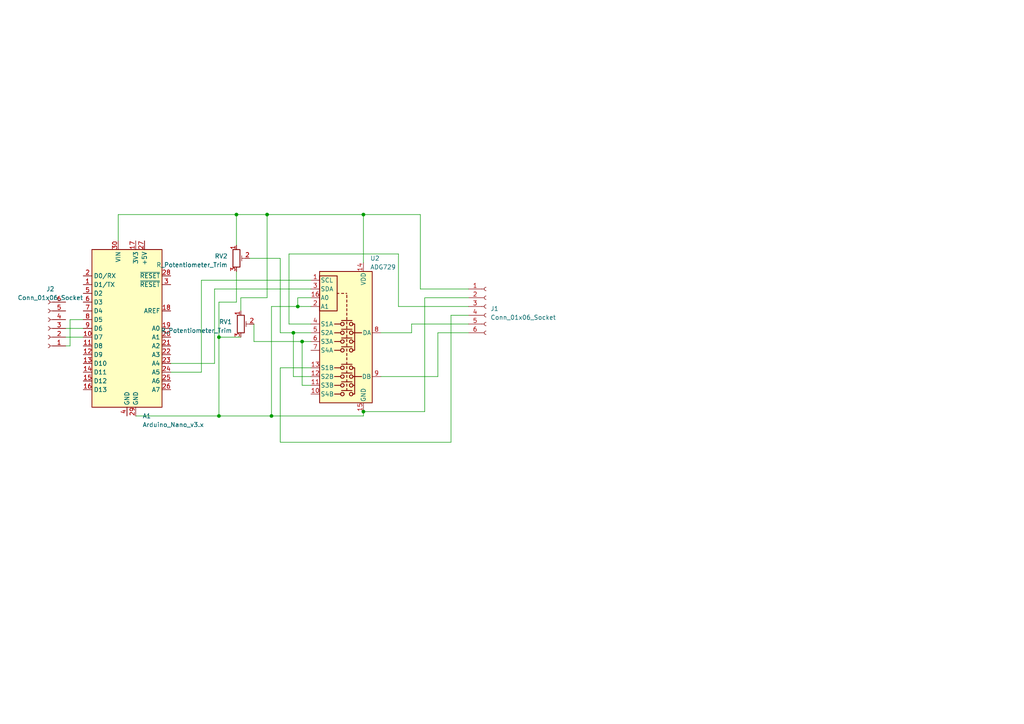
<source format=kicad_sch>
(kicad_sch (version 20231120) (generator "eeschema") (generator_version "8.0")
  (paper "A4")
  (lib_symbols
    (symbol "Analog_Switch:ADG729" (pin_names (offset 0.254))
      (property "Reference" "U" (at -7.62 20.955 0))
      (property "Value" "ADG729" (at -7.62 19.05 0))
      (symbol "ADG729_0_1"
        (rectangle (start -7.62 6.35) (end -2.54 16.51) (stroke (width 0.254)))
        (rectangle (start -7.62 17.78) (end 7.62 -20.32) (stroke (width 0.254)) (fill (type background)))
        (circle (center -1.016 -17.78) (radius 0.508) (stroke (width 0.254)))
        (circle (center -1.016 -15.24) (radius 0.508) (stroke (width 0.254)))
        (circle (center -1.016 -12.7) (radius 0.508) (stroke (width 0.254)))
        (circle (center -1.016 -10.16) (radius 0.508) (stroke (width 0.254)))
        (circle (center -1.016 -5.08) (radius 0.508) (stroke (width 0.254)))
        (circle (center -1.016 -2.54) (radius 0.508) (stroke (width 0.254)))
        (circle (center -1.016 0) (radius 0.508) (stroke (width 0.254)))
        (circle (center -1.016 2.54) (radius 0.508) (stroke (width 0.254)))
        (polyline (pts (xy -2.032 11.43) (xy -2.54 11.43)) (stroke (width 0.254)))
        (polyline (pts (xy -1.524 -17.78) (xy -3.302 -17.78)) (stroke (width 0.254)))
        (polyline (pts (xy -1.524 -15.24) (xy -3.302 -15.24)) (stroke (width 0.254)))
        (polyline (pts (xy -1.524 -12.7) (xy -3.302 -12.7)) (stroke (width 0.254)))
        (polyline (pts (xy -1.524 -10.16) (xy -3.302 -10.16)) (stroke (width 0.254)))
        (polyline (pts (xy -1.524 -5.08) (xy -3.302 -5.08)) (stroke (width 0.254)))
        (polyline (pts (xy -1.524 -2.54) (xy -3.302 -2.54)) (stroke (width 0.254)))
        (polyline (pts (xy -1.524 0) (xy -3.302 0)) (stroke (width 0.254)))
        (polyline (pts (xy -1.524 2.54) (xy -3.302 2.54)) (stroke (width 0.254)))
        (polyline (pts (xy -1.27 -16.764) (xy 1.778 -16.764)) (stroke (width 0.254)))
        (polyline (pts (xy -1.27 -14.224) (xy 1.778 -14.224)) (stroke (width 0.254)))
        (polyline (pts (xy -1.27 -11.684) (xy 1.778 -11.684)) (stroke (width 0.254)))
        (polyline (pts (xy -1.27 -9.144) (xy 1.778 -9.144)) (stroke (width 0.254)))
        (polyline (pts (xy -1.27 -4.064) (xy 1.778 -4.064)) (stroke (width 0.254)))
        (polyline (pts (xy -1.27 -1.524) (xy 1.778 -1.524)) (stroke (width 0.254)))
        (polyline (pts (xy -1.27 1.016) (xy 1.778 1.016)) (stroke (width 0.254)))
        (polyline (pts (xy -1.27 3.556) (xy 1.778 3.556)) (stroke (width 0.254)))
        (polyline (pts (xy -1.27 11.43) (xy -0.635 11.43)) (stroke (width 0.254)))
        (polyline (pts (xy 0.254 -16.764) (xy 0.254 -16.129)) (stroke (width 0.254)))
        (polyline (pts (xy 0.254 -15.494) (xy 0.254 -14.859)) (stroke (width 0.254)))
        (polyline (pts (xy 0.254 -14.224) (xy 0.254 -13.589)) (stroke (width 0.254)))
        (polyline (pts (xy 0.254 -12.954) (xy 0.254 -12.319)) (stroke (width 0.254)))
        (polyline (pts (xy 0.254 -11.684) (xy 0.254 -11.049)) (stroke (width 0.254)))
        (polyline (pts (xy 0.254 -10.414) (xy 0.254 -9.779)) (stroke (width 0.254)))
        (polyline (pts (xy 0.254 -9.144) (xy 0.254 -8.509)) (stroke (width 0.254)))
        (polyline (pts (xy 0.254 -7.874) (xy 0.254 -7.239)) (stroke (width 0.254)))
        (polyline (pts (xy 0.254 -6.604) (xy 0.254 -5.969)) (stroke (width 0.254)))
        (polyline (pts (xy 0.254 -5.334) (xy 0.254 -4.699)) (stroke (width 0.254)))
        (polyline (pts (xy 0.254 -3.81) (xy 0.254 -3.175)) (stroke (width 0.254)))
        (polyline (pts (xy 0.254 -2.54) (xy 0.254 -1.905)) (stroke (width 0.254)))
        (polyline (pts (xy 0.254 -1.27) (xy 0.254 -0.635)) (stroke (width 0.254)))
        (polyline (pts (xy 0.254 0) (xy 0.254 0.635)) (stroke (width 0.254)))
        (polyline (pts (xy 0.254 1.27) (xy 0.254 1.905)) (stroke (width 0.254)))
        (polyline (pts (xy 0.254 2.54) (xy 0.254 3.175)) (stroke (width 0.254)))
        (polyline (pts (xy 0.254 3.81) (xy 0.254 4.445)) (stroke (width 0.254)))
        (polyline (pts (xy 0.254 5.08) (xy 0.254 5.715)) (stroke (width 0.254)))
        (polyline (pts (xy 0.254 6.35) (xy 0.254 6.985)) (stroke (width 0.254)))
        (polyline (pts (xy 0.254 7.62) (xy 0.254 8.255)) (stroke (width 0.254)))
        (polyline (pts (xy 0.254 8.89) (xy 0.254 9.525)) (stroke (width 0.254)))
        (polyline (pts (xy 0.254 10.16) (xy 0.254 10.922)) (stroke (width 0.254)))
        (polyline (pts (xy 0.254 11.43) (xy 0 11.43)) (stroke (width 0.254)))
        (polyline (pts (xy 2.032 -15.24) (xy 2.54 -15.24)) (stroke (width 0.254)))
        (polyline (pts (xy 2.032 -12.7) (xy 2.54 -12.7)) (stroke (width 0.254)))
        (polyline (pts (xy 2.032 -2.54) (xy 2.54 -2.54)) (stroke (width 0.254)))
        (polyline (pts (xy 2.032 0) (xy 2.54 0)) (stroke (width 0.254)))
        (polyline (pts (xy 2.54 0) (xy 4.572 0)) (stroke (width 0.254)))
        (polyline (pts (xy 4.572 -12.7) (xy 2.54 -12.7)) (stroke (width 0.254)))
        (polyline (pts (xy 1.905 -10.16) (xy 2.54 -10.16) (xy 2.54 -17.78) (xy 1.905 -17.78)) (stroke (width 0.254)))
        (polyline (pts (xy 1.905 -5.08) (xy 2.54 -5.08) (xy 2.54 2.54) (xy 1.905 2.54)) (stroke (width 0.254)))
        (circle (center 1.524 -17.78) (radius 0.508) (stroke (width 0.254)))
        (circle (center 1.524 -15.24) (radius 0.508) (stroke (width 0.254)))
        (circle (center 1.524 -12.7) (radius 0.508) (stroke (width 0.254)))
        (circle (center 1.524 -10.16) (radius 0.508) (stroke (width 0.254)))
        (circle (center 1.524 -5.08) (radius 0.508) (stroke (width 0.254)))
        (circle (center 1.524 -2.54) (radius 0.508) (stroke (width 0.254)))
        (circle (center 1.524 0) (radius 0.508) (stroke (width 0.254)))
        (circle (center 1.524 2.54) (radius 0.508) (stroke (width 0.254)))
      )
      (symbol "ADG729_1_1"
        (pin input line (at -10.16 15.24 0) (length 2.54) (name "SCL") (number "1"))
        (pin bidirectional line (at -10.16 -17.78 0) (length 2.54) (name "S4B") (number "10"))
        (pin bidirectional line (at -10.16 -15.24 0) (length 2.54) (name "S3B") (number "11"))
        (pin bidirectional line (at -10.16 -12.7 0) (length 2.54) (name "S2B") (number "12"))
        (pin bidirectional line (at -10.16 -10.16 0) (length 2.54) (name "S1B") (number "13"))
        (pin power_in line (at 5.08 20.32 270) (length 2.54) (name "VDD") (number "14"))
        (pin power_in line (at 5.08 -22.86 90) (length 2.54) (name "GND") (number "15"))
        (pin input line (at -10.16 10.16 0) (length 2.54) (name "A0") (number "16"))
        (pin input line (at -10.16 7.62 0) (length 2.54) (name "A1") (number "2"))
        (pin bidirectional line (at -10.16 12.7 0) (length 2.54) (name "SDA") (number "3"))
        (pin bidirectional line (at -10.16 2.54 0) (length 2.54) (name "S1A") (number "4"))
        (pin bidirectional line (at -10.16 0 0) (length 2.54) (name "S2A") (number "5"))
        (pin bidirectional line (at -10.16 -2.54 0) (length 2.54) (name "S3A") (number "6"))
        (pin bidirectional line (at -10.16 -5.08 0) (length 2.54) (name "S4A") (number "7"))
        (pin bidirectional line (at 10.16 0 180) (length 2.54) (name "DA") (number "8"))
        (pin bidirectional line (at 10.16 -12.7 180) (length 2.54) (name "DB") (number "9"))
      )
    )
    (symbol "Connector:Conn_01x06_Socket" (pin_names (offset 1.016) hide)
      (property "Reference" "J" (at 0 7.62 0))
      (property "Value" "Conn_01x06_Socket" (at 0 -10.16 0))
      (symbol "Conn_01x06_Socket_1_1"
        (arc (start 0 -7.112) (mid -0.5058 -7.62) (end 0 -8.128) (stroke (width 0.1524)))
        (arc (start 0 -4.572) (mid -0.5058 -5.08) (end 0 -5.588) (stroke (width 0.1524)))
        (arc (start 0 -2.032) (mid -0.5058 -2.54) (end 0 -3.048) (stroke (width 0.1524)))
        (polyline (pts (xy -1.27 -7.62) (xy -0.508 -7.62)) (stroke (width 0.1524)))
        (polyline (pts (xy -1.27 -5.08) (xy -0.508 -5.08)) (stroke (width 0.1524)))
        (polyline (pts (xy -1.27 -2.54) (xy -0.508 -2.54)) (stroke (width 0.1524)))
        (polyline (pts (xy -1.27 0) (xy -0.508 0)) (stroke (width 0.1524)))
        (polyline (pts (xy -1.27 2.54) (xy -0.508 2.54)) (stroke (width 0.1524)))
        (polyline (pts (xy -1.27 5.08) (xy -0.508 5.08)) (stroke (width 0.1524)))
        (arc (start 0 0.508) (mid -0.5058 0) (end 0 -0.508) (stroke (width 0.1524)))
        (arc (start 0 3.048) (mid -0.5058 2.54) (end 0 2.032) (stroke (width 0.1524)))
        (arc (start 0 5.588) (mid -0.5058 5.08) (end 0 4.572) (stroke (width 0.1524)))
        (pin passive line (at -5.08 5.08 0) (length 3.81) (name "Pin_1") (number "1"))
        (pin passive line (at -5.08 2.54 0) (length 3.81) (name "Pin_2") (number "2"))
        (pin passive line (at -5.08 0 0) (length 3.81) (name "Pin_3") (number "3"))
        (pin passive line (at -5.08 -2.54 0) (length 3.81) (name "Pin_4") (number "4"))
        (pin passive line (at -5.08 -5.08 0) (length 3.81) (name "Pin_5") (number "5"))
        (pin passive line (at -5.08 -7.62 0) (length 3.81) (name "Pin_6") (number "6"))
      )
    )
    (symbol "Device:R_Potentiometer_Trim" (pin_names (offset 1.016) hide)
      (property "Reference" "RV" (at -4.445 0 90))
      (property "Value" "R_Potentiometer_Trim" (at -2.54 0 90))
      (symbol "R_Potentiometer_Trim_0_1"
        (polyline (pts (xy 1.524 0.762) (xy 1.524 -0.762)))
        (polyline (pts (xy 2.54 0) (xy 1.524 0)))
        (rectangle (start 1.016 2.54) (end -1.016 -2.54) (stroke (width 0.254)))
      )
      (symbol "R_Potentiometer_Trim_1_1"
        (pin passive line (at 0 3.81 270) (length 1.27) (name "1") (number "1"))
        (pin passive line (at 3.81 0 180) (length 1.27) (name "2") (number "2"))
        (pin passive line (at 0 -3.81 90) (length 1.27) (name "3") (number "3"))
      )
    )
    (symbol "MCU_Module:Arduino_Nano_v3.x"
      (property "Reference" "A" (at -10.16 23.495 0))
      (property "Value" "Arduino_Nano_v3.x" (at 5.08 -24.13 0))
      (symbol "Arduino_Nano_v3.x_0_1"
        (rectangle (start -10.16 22.86) (end 10.16 -22.86) (stroke (width 0.254)) (fill (type background)))
      )
      (symbol "Arduino_Nano_v3.x_1_1"
        (pin bidirectional line (at -12.7 12.7 0) (length 2.54) (name "D1/TX") (number "1"))
        (pin bidirectional line (at -12.7 -2.54 0) (length 2.54) (name "D7") (number "10"))
        (pin bidirectional line (at -12.7 -5.08 0) (length 2.54) (name "D8") (number "11"))
        (pin bidirectional line (at -12.7 -7.62 0) (length 2.54) (name "D9") (number "12"))
        (pin bidirectional line (at -12.7 -10.16 0) (length 2.54) (name "D10") (number "13"))
        (pin bidirectional line (at -12.7 -12.7 0) (length 2.54) (name "D11") (number "14"))
        (pin bidirectional line (at -12.7 -15.24 0) (length 2.54) (name "D12") (number "15"))
        (pin bidirectional line (at -12.7 -17.78 0) (length 2.54) (name "D13") (number "16"))
        (pin power_out line (at 2.54 25.4 270) (length 2.54) (name "3V3") (number "17"))
        (pin input line (at 12.7 5.08 180) (length 2.54) (name "AREF") (number "18"))
        (pin bidirectional line (at 12.7 0 180) (length 2.54) (name "A0") (number "19"))
        (pin bidirectional line (at -12.7 15.24 0) (length 2.54) (name "D0/RX") (number "2"))
        (pin bidirectional line (at 12.7 -2.54 180) (length 2.54) (name "A1") (number "20"))
        (pin bidirectional line (at 12.7 -5.08 180) (length 2.54) (name "A2") (number "21"))
        (pin bidirectional line (at 12.7 -7.62 180) (length 2.54) (name "A3") (number "22"))
        (pin bidirectional line (at 12.7 -10.16 180) (length 2.54) (name "A4") (number "23"))
        (pin bidirectional line (at 12.7 -12.7 180) (length 2.54) (name "A5") (number "24"))
        (pin bidirectional line (at 12.7 -15.24 180) (length 2.54) (name "A6") (number "25"))
        (pin bidirectional line (at 12.7 -17.78 180) (length 2.54) (name "A7") (number "26"))
        (pin power_out line (at 5.08 25.4 270) (length 2.54) (name "+5V") (number "27"))
        (pin input line (at 12.7 15.24 180) (length 2.54) (name "~{RESET}") (number "28"))
        (pin power_in line (at 2.54 -25.4 90) (length 2.54) (name "GND") (number "29"))
        (pin input line (at 12.7 12.7 180) (length 2.54) (name "~{RESET}") (number "3"))
        (pin power_in line (at -2.54 25.4 270) (length 2.54) (name "VIN") (number "30"))
        (pin power_in line (at 0 -25.4 90) (length 2.54) (name "GND") (number "4"))
        (pin bidirectional line (at -12.7 10.16 0) (length 2.54) (name "D2") (number "5"))
        (pin bidirectional line (at -12.7 7.62 0) (length 2.54) (name "D3") (number "6"))
        (pin bidirectional line (at -12.7 5.08 0) (length 2.54) (name "D4") (number "7"))
        (pin bidirectional line (at -12.7 2.54 0) (length 2.54) (name "D5") (number "8"))
        (pin bidirectional line (at -12.7 0 0) (length 2.54) (name "D6") (number "9"))
      )
    )
  )
  (junction (at 63.5 97.79))
  (junction (at 85.09 96.52))
  (junction (at 105.41 119.38))
  (junction (at 63.5 120.65))
  (junction (at 86.36 88.9))
  (junction (at 105.41 62.23))
  (junction (at 78.74 120.65))
  (junction (at 77.47 62.23))
  (junction (at 68.58 62.23))
  (junction (at 87.63 99.06))
  (wire (pts (xy 39.37 120.65) (xy 63.5 120.65)))
  (wire (pts (xy 63.5 97.79) (xy 63.5 120.65)))
  (wire (pts (xy 49.53 107.95) (xy 58.42 107.95)))
  (wire (pts (xy 63.5 87.63) (xy 63.5 97.79)))
  (wire (pts (xy 90.17 88.9) (xy 86.36 88.9)))
  (wire (pts (xy 121.92 62.23) (xy 105.41 62.23)))
  (wire (pts (xy 68.58 87.63) (xy 63.5 87.63)))
  (wire (pts (xy 68.58 62.23) (xy 34.29 62.23)))
  (wire (pts (xy 68.58 62.23) (xy 68.58 71.12)))
  (wire (pts (xy 135.89 88.9) (xy 115.57 88.9)))
  (wire (pts (xy 19.05 95.25) (xy 24.13 95.25)))
  (wire (pts (xy 105.41 62.23) (xy 105.41 76.2)))
  (wire (pts (xy 63.5 97.79) (xy 69.85 97.79)))
  (wire (pts (xy 69.85 90.17) (xy 69.85 86.36)))
  (wire (pts (xy 85.09 109.22) (xy 90.17 109.22)))
  (wire (pts (xy 20.32 92.71) (xy 24.13 92.71)))
  (wire (pts (xy 127 109.22) (xy 110.49 109.22)))
  (wire (pts (xy 105.41 120.65) (xy 105.41 119.38)))
  (wire (pts (xy 135.89 91.44) (xy 130.81 91.44)))
  (wire (pts (xy 127 96.52) (xy 127 109.22)))
  (wire (pts (xy 78.74 88.9) (xy 78.74 120.65)))
  (wire (pts (xy 130.81 128.27) (xy 81.28 128.27)))
  (wire (pts (xy 58.42 81.28) (xy 58.42 107.95)))
  (wire (pts (xy 58.42 81.28) (xy 90.17 81.28)))
  (wire (pts (xy 90.17 86.36) (xy 86.36 86.36)))
  (wire (pts (xy 19.05 100.33) (xy 20.32 100.33)))
  (wire (pts (xy 73.66 99.06) (xy 87.63 99.06)))
  (wire (pts (xy 81.28 106.68) (xy 90.17 106.68)))
  (wire (pts (xy 105.41 62.23) (xy 77.47 62.23)))
  (wire (pts (xy 81.28 74.93) (xy 81.28 96.52)))
  (wire (pts (xy 135.89 83.82) (xy 121.92 83.82)))
  (wire (pts (xy 121.92 83.82) (xy 121.92 62.23)))
  (wire (pts (xy 115.57 88.9) (xy 115.57 73.66)))
  (wire (pts (xy 135.89 86.36) (xy 123.19 86.36)))
  (wire (pts (xy 85.09 96.52) (xy 85.09 109.22)))
  (wire (pts (xy 110.49 96.52) (xy 119.38 96.52)))
  (wire (pts (xy 87.63 111.76) (xy 90.17 111.76)))
  (wire (pts (xy 86.36 86.36) (xy 86.36 88.9)))
  (wire (pts (xy 135.89 96.52) (xy 127 96.52)))
  (wire (pts (xy 119.38 96.52) (xy 119.38 93.98)))
  (wire (pts (xy 86.36 88.9) (xy 78.74 88.9)))
  (wire (pts (xy 34.29 62.23) (xy 34.29 69.85)))
  (wire (pts (xy 81.28 128.27) (xy 81.28 106.68)))
  (wire (pts (xy 62.23 83.82) (xy 62.23 105.41)))
  (wire (pts (xy 81.28 96.52) (xy 85.09 96.52)))
  (wire (pts (xy 72.39 74.93) (xy 81.28 74.93)))
  (wire (pts (xy 63.5 120.65) (xy 78.74 120.65)))
  (wire (pts (xy 85.09 96.52) (xy 90.17 96.52)))
  (wire (pts (xy 73.66 93.98) (xy 73.66 99.06)))
  (wire (pts (xy 123.19 119.38) (xy 105.41 119.38)))
  (wire (pts (xy 87.63 99.06) (xy 90.17 99.06)))
  (wire (pts (xy 69.85 86.36) (xy 77.47 86.36)))
  (wire (pts (xy 20.32 100.33) (xy 20.32 92.71)))
  (wire (pts (xy 78.74 120.65) (xy 105.41 120.65)))
  (wire (pts (xy 130.81 91.44) (xy 130.81 128.27)))
  (wire (pts (xy 87.63 99.06) (xy 87.63 111.76)))
  (wire (pts (xy 77.47 86.36) (xy 77.47 62.23)))
  (wire (pts (xy 62.23 105.41) (xy 49.53 105.41)))
  (wire (pts (xy 77.47 62.23) (xy 68.58 62.23)))
  (wire (pts (xy 68.58 78.74) (xy 68.58 87.63)))
  (wire (pts (xy 83.82 93.98) (xy 90.17 93.98)))
  (wire (pts (xy 90.17 83.82) (xy 62.23 83.82)))
  (wire (pts (xy 19.05 97.79) (xy 24.13 97.79)))
  (wire (pts (xy 115.57 73.66) (xy 83.82 73.66)))
  (wire (pts (xy 123.19 86.36) (xy 123.19 119.38)))
  (wire (pts (xy 119.38 93.98) (xy 135.89 93.98)))
  (wire (pts (xy 83.82 73.66) (xy 83.82 93.98)))
  (symbol (lib_id "Device:R_Potentiometer_Trim") (at 69.85 93.98 0) (unit 1)
    (property "Reference" "RV1" (at 67.31 93.345 0) (effects (justify right)))
    (property "Value" "R_Potentiometer_Trim" (at 67.31 95.885 0) (effects (justify right)))
    (property "Footprint" "Potentiometer_SMD:Potentiometer_Bourns_3314J_Vertical" (effects (hide yes)))
    (property "Description" "C50895" (effects (hide yes)))
    (property "LCSC" "C36376" (effects (hide yes)))
  )
  (symbol (lib_id "Device:R_Potentiometer_Trim") (at 68.58 74.93 0) (unit 1)
    (property "Reference" "RV2" (at 66.04 74.295 0) (effects (justify right)))
    (property "Value" "R_Potentiometer_Trim" (at 66.04 76.835 0) (effects (justify right)))
    (property "Footprint" "Potentiometer_SMD:Potentiometer_Bourns_3314J_Vertical" (effects (hide yes)))
    (property "Description" "C50895" (effects (hide yes)))
    (property "LCSC" "C36376" (effects (hide yes)))
  )
  (symbol (lib_id "Connector:Conn_01x06_Socket") (at 13.97 95.25 180) (unit 1)
    (property "Reference" "J2" (at 14.605 83.82 0))
    (property "Value" "Conn_01x06_Socket" (at 14.605 86.36 0))
    (property "Footprint" "Connector_JST:JST_PH_S6B-PH-K_1x06_P2.00mm_Horizontal" (effects (hide yes)))
    (property "Description" "C265105" (effects (hide yes)))
    (property "LCSC" "C265105" (effects (hide yes)))
  )
  (symbol (lib_id "MCU_Module:Arduino_Nano_v3.x") (at 36.83 95.25 0) (unit 1)
    (property "Reference" "A1" (at 41.3259 120.65 0) (effects (justify left)))
    (property "Value" "Arduino_Nano_v3.x" (at 41.3259 123.19 0) (effects (justify left)))
    (property "Footprint" "Module:Arduino_Nano" (effects (hide yes)))
    (property "Datasheet" "http://www.mouser.com/pdfdocs/Gravitech_Arduino_Nano3_0.pdf" (effects (hide yes)))
  )
  (symbol (lib_id "Analog_Switch:ADG729") (at 100.33 96.52 0) (unit 1)
    (property "Reference" "U2" (at 107.3659 74.93 0) (effects (justify left)))
    (property "Value" "ADG729" (at 107.3659 77.47 0) (effects (justify left)))
    (property "Footprint" "Package_SO:TSSOP-16_4.4x5mm_P0.65mm" (effects (hide yes)))
    (property "Datasheet" "https://www.analog.com/media/en/technical-documentation/data-sheets/ADG728_729.pdf" (effects (hide yes)))
    (property "Description" "C207556" (effects (hide yes)))
    (property "LCSC" "C207556" (effects (hide yes)))
  )
  (symbol (lib_id "Connector:Conn_01x06_Socket") (at 140.97 88.9 0) (unit 1)
    (property "Reference" "J1" (at 142.24 89.535 0) (effects (justify left)))
    (property "Value" "Conn_01x06_Socket" (at 142.24 92.075 0) (effects (justify left)))
    (property "Footprint" "Connector_JST:JST_PH_S6B-PH-K_1x06_P2.00mm_Horizontal" (effects (hide yes)))
    (property "Description" "C265105" (effects (hide yes)))
    (property "LCSC" "C265105" (effects (hide yes)))
  )
)
</source>
